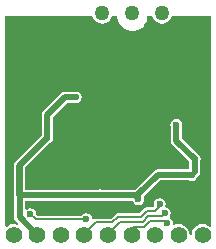
<source format=gbl>
G04 Layer_Physical_Order=2*
G04 Layer_Color=16711680*
%FSAX25Y25*%
%MOIN*%
G70*
G01*
G75*
%ADD19C,0.00800*%
%ADD21C,0.02000*%
%ADD25C,0.05000*%
%ADD26C,0.05500*%
%ADD27C,0.02362*%
G36*
X0588580Y0301284D02*
X0588080Y0301111D01*
X0587458Y0301588D01*
X0586595Y0301946D01*
X0585668Y0302068D01*
X0584741Y0301946D01*
X0583878Y0301588D01*
X0583136Y0301019D01*
X0582567Y0300277D01*
X0582209Y0299414D01*
X0582093Y0298533D01*
X0581369D01*
X0581253Y0299414D01*
X0580895Y0300277D01*
X0580326Y0301019D01*
X0579584Y0301588D01*
X0578721Y0301946D01*
X0577794Y0302068D01*
X0576867Y0301946D01*
X0576278Y0301701D01*
X0575840Y0302061D01*
X0575882Y0302273D01*
X0575728Y0303046D01*
X0575290Y0303701D01*
X0574903Y0303960D01*
X0574724Y0304592D01*
X0574882Y0304829D01*
X0575036Y0305602D01*
X0574882Y0306375D01*
X0574444Y0307030D01*
X0573789Y0307468D01*
X0573606Y0307505D01*
X0573315Y0308072D01*
X0573420Y0308600D01*
X0573266Y0309373D01*
X0572828Y0310028D01*
X0572173Y0310466D01*
X0571400Y0310620D01*
X0570627Y0310466D01*
X0569972Y0310028D01*
X0569534Y0309373D01*
X0569380Y0308600D01*
X0569477Y0308113D01*
X0569096Y0307650D01*
X0567116D01*
X0566648Y0307557D01*
X0566251Y0307292D01*
X0564766Y0305808D01*
X0557585D01*
X0557117Y0305715D01*
X0556720Y0305449D01*
X0555112Y0303842D01*
X0550143D01*
X0549674Y0303749D01*
X0549469Y0303611D01*
X0548974Y0303816D01*
X0548946Y0303847D01*
X0548842Y0304373D01*
X0548404Y0305028D01*
X0547748Y0305466D01*
X0546975Y0305620D01*
X0546202Y0305466D01*
X0545547Y0305028D01*
X0545410Y0304823D01*
X0530668D01*
X0530313Y0305231D01*
X0530330Y0305318D01*
X0530176Y0306091D01*
X0529738Y0306746D01*
X0529083Y0307184D01*
X0528310Y0307338D01*
X0527537Y0307184D01*
X0527005Y0306829D01*
X0526505Y0307014D01*
Y0309784D01*
X0550785D01*
X0550831Y0309753D01*
X0551604Y0309599D01*
X0552377Y0309753D01*
X0552523Y0309850D01*
X0562255D01*
X0562423Y0309682D01*
X0562434Y0309627D01*
X0562872Y0308972D01*
X0563527Y0308534D01*
X0564300Y0308380D01*
X0565073Y0308534D01*
X0565728Y0308972D01*
X0566166Y0309627D01*
X0566320Y0310400D01*
X0566166Y0311173D01*
X0566135Y0311219D01*
Y0311276D01*
X0571470Y0316611D01*
X0581241D01*
X0581312Y0316564D01*
X0582085Y0316410D01*
X0582858Y0316564D01*
X0583513Y0317001D01*
X0583951Y0317657D01*
X0583989Y0317847D01*
X0584316Y0318066D01*
X0584714Y0318661D01*
X0584854Y0319364D01*
Y0322994D01*
X0584885Y0323041D01*
X0585039Y0323814D01*
X0584885Y0324587D01*
X0584447Y0325242D01*
X0583792Y0325680D01*
X0583737Y0325691D01*
X0578769Y0330659D01*
Y0334265D01*
X0578800Y0334311D01*
X0578953Y0335084D01*
X0578800Y0335857D01*
X0578362Y0336513D01*
X0577706Y0336950D01*
X0576933Y0337104D01*
X0576160Y0336950D01*
X0575505Y0336513D01*
X0575067Y0335857D01*
X0574914Y0335084D01*
X0575067Y0334311D01*
X0575098Y0334265D01*
Y0329899D01*
X0575238Y0329197D01*
X0575636Y0328601D01*
X0581142Y0323095D01*
X0581152Y0323041D01*
X0581183Y0322994D01*
Y0320281D01*
X0570710D01*
X0570007Y0320141D01*
X0569412Y0319744D01*
X0563160Y0313492D01*
X0563015Y0313520D01*
X0552199D01*
X0551604Y0313639D01*
X0550831Y0313485D01*
X0550785Y0313454D01*
X0526505D01*
Y0320842D01*
X0534656Y0328993D01*
X0534710Y0329004D01*
X0535366Y0329442D01*
X0535804Y0330097D01*
X0535957Y0330870D01*
X0535804Y0331643D01*
X0535735Y0331745D01*
Y0337662D01*
X0540635Y0342562D01*
X0542372D01*
X0542602Y0342409D01*
X0543375Y0342255D01*
X0544148Y0342409D01*
X0544803Y0342846D01*
X0545241Y0343502D01*
X0545395Y0344275D01*
X0545241Y0345048D01*
X0544803Y0345703D01*
X0544148Y0346141D01*
X0543375Y0346295D01*
X0543063Y0346233D01*
X0539875D01*
X0539173Y0346093D01*
X0538578Y0345695D01*
X0532602Y0339720D01*
X0532204Y0339124D01*
X0532065Y0338422D01*
Y0331610D01*
X0532060Y0331589D01*
X0523372Y0322900D01*
X0523372Y0322900D01*
X0523309Y0322837D01*
X0522911Y0322242D01*
X0522772Y0321540D01*
Y0311619D01*
X0522834Y0311303D01*
Y0304371D01*
X0522974Y0303669D01*
X0523372Y0303074D01*
X0524207Y0302238D01*
X0523924Y0301815D01*
X0523607Y0301946D01*
X0522681Y0302068D01*
X0521754Y0301946D01*
X0520890Y0301588D01*
X0520386Y0301201D01*
X0519886Y0301447D01*
Y0371380D01*
X0548890D01*
X0549190Y0370657D01*
X0549751Y0369926D01*
X0550482Y0369365D01*
X0551333Y0369012D01*
X0552247Y0368892D01*
X0553161Y0369012D01*
X0554012Y0369365D01*
X0554743Y0369926D01*
X0555304Y0370657D01*
X0555604Y0371380D01*
X0557300D01*
Y0371035D01*
X0557496Y0370050D01*
X0557880Y0369122D01*
X0558439Y0368286D01*
X0559149Y0367576D01*
X0559984Y0367018D01*
X0560912Y0366633D01*
X0561898Y0366437D01*
X0562873D01*
X0563800Y0366622D01*
X0564674Y0366984D01*
X0565460Y0367509D01*
X0566128Y0368178D01*
X0566654Y0368964D01*
X0567016Y0369837D01*
X0567200Y0370765D01*
Y0371380D01*
X0568838D01*
X0569138Y0370657D01*
X0569699Y0369926D01*
X0570430Y0369365D01*
X0571281Y0369012D01*
X0572195Y0368892D01*
X0573109Y0369012D01*
X0573960Y0369365D01*
X0574691Y0369926D01*
X0575252Y0370657D01*
X0575552Y0371380D01*
X0588580D01*
Y0301284D01*
D02*
G37*
D19*
X0569000Y0350000D02*
Y0352507D01*
X0537176Y0323694D02*
Y0328361D01*
Y0323694D02*
X0543650Y0317221D01*
X0550675D01*
X0572160Y0304695D02*
X0573067Y0305602D01*
X0553856Y0298458D02*
X0558169Y0302771D01*
X0545982Y0298458D02*
X0550143Y0302619D01*
X0561729Y0298458D02*
Y0299866D01*
X0539622Y0330807D02*
Y0335788D01*
X0537973Y0337437D02*
X0539622Y0335788D01*
X0537973Y0337437D02*
X0543675D01*
X0537176Y0328361D02*
X0539622Y0330807D01*
X0582754Y0329778D02*
X0586032Y0326500D01*
X0582754Y0329778D02*
Y0337988D01*
X0580543Y0340198D02*
X0582754Y0337988D01*
X0576972Y0340198D02*
X0580543D01*
X0567459Y0330685D02*
X0576972Y0340198D01*
X0563817Y0330685D02*
X0567459D01*
X0550675Y0317221D02*
X0556819Y0323365D01*
X0547711Y0307205D02*
X0561476D01*
X0547642Y0350376D02*
X0548018Y0350000D01*
X0569000Y0352507D02*
X0578382Y0361889D01*
X0579894D01*
X0562793Y0300929D02*
X0566153D01*
X0561729Y0299866D02*
X0562793Y0300929D01*
X0568204Y0302980D02*
X0572937D01*
X0566153Y0300929D02*
X0568204Y0302980D01*
X0572937D02*
X0573644Y0302273D01*
X0573862D01*
X0555619Y0302619D02*
X0557585Y0304584D01*
X0565273D01*
X0567116Y0306427D01*
X0569892D01*
X0571400Y0307935D01*
Y0308600D01*
X0565723Y0302771D02*
X0567647Y0304695D01*
X0572160D01*
X0538427Y0298487D02*
Y0298923D01*
X0550143Y0302619D02*
X0555619D01*
X0530028Y0303600D02*
X0546975D01*
X0528310Y0305318D02*
X0530028Y0303600D01*
X0558169Y0302771D02*
X0565723D01*
X0543675Y0337437D02*
X0549312Y0343074D01*
Y0348705D01*
X0548018Y0350000D02*
X0549312Y0348705D01*
X0548018Y0350000D02*
X0569000D01*
D21*
X0570710Y0318446D02*
X0582101D01*
X0539875Y0344397D02*
X0543375D01*
X0533900Y0330833D02*
Y0338422D01*
X0583019Y0319364D02*
Y0323814D01*
X0576933Y0329899D02*
Y0335084D01*
Y0329899D02*
X0583019Y0323814D01*
X0582085Y0318430D02*
X0582101Y0318446D01*
X0551604Y0311619D02*
X0551671Y0311685D01*
X0533900Y0330833D02*
X0533937Y0330870D01*
X0524670Y0304371D02*
X0530554Y0298487D01*
X0524607Y0311619D02*
Y0321540D01*
X0524670Y0321602D01*
X0533900Y0330833D01*
X0524670Y0304371D02*
Y0311619D01*
Y0321602D01*
X0524607Y0311619D02*
X0524670D01*
X0551604D01*
X0543375Y0344275D02*
Y0344397D01*
X0533900Y0338422D02*
X0539875Y0344397D01*
X0551671Y0311685D02*
X0563015D01*
X0564300Y0312036D02*
X0570710Y0318446D01*
X0564300Y0310400D02*
Y0312036D01*
X0563015Y0311685D02*
X0564300Y0310400D01*
D25*
X0552247Y0372422D02*
D03*
X0562321D02*
D03*
X0572195D02*
D03*
D26*
X0585668Y0298487D02*
D03*
X0522681D02*
D03*
X0530554D02*
D03*
X0538427D02*
D03*
X0546301D02*
D03*
X0554174D02*
D03*
X0562047D02*
D03*
X0569921D02*
D03*
X0577794D02*
D03*
D27*
X0539622Y0330807D02*
D03*
X0576933Y0335084D02*
D03*
X0583019Y0323814D02*
D03*
X0582085Y0318430D02*
D03*
X0537973Y0337437D02*
D03*
X0537100Y0324100D02*
D03*
X0533937Y0330870D02*
D03*
X0560400Y0327100D02*
D03*
X0563817Y0330685D02*
D03*
X0564032Y0323472D02*
D03*
X0556819Y0323365D02*
D03*
X0556676Y0330756D02*
D03*
X0586032Y0326500D02*
D03*
X0546574Y0307069D02*
D03*
X0561476Y0307205D02*
D03*
X0542969Y0317678D02*
D03*
X0550500Y0317253D02*
D03*
X0551604Y0311619D02*
D03*
X0547642Y0350376D02*
D03*
X0579894Y0361889D02*
D03*
X0573862Y0302273D02*
D03*
X0571400Y0308600D02*
D03*
X0573016Y0305602D02*
D03*
X0546975Y0303600D02*
D03*
X0528310Y0305318D02*
D03*
X0543375Y0344275D02*
D03*
X0568269Y0357468D02*
D03*
X0563268Y0357470D02*
D03*
X0557989Y0357513D02*
D03*
X0568402Y0369182D02*
D03*
X0552174Y0364412D02*
D03*
X0552232Y0359992D02*
D03*
X0557060Y0352488D02*
D03*
X0550545Y0352372D02*
D03*
X0582885Y0357549D02*
D03*
X0583002Y0350627D02*
D03*
X0582769Y0345625D02*
D03*
X0586724Y0369822D02*
D03*
X0579454Y0369473D02*
D03*
X0587190Y0339110D02*
D03*
X0539690Y0369611D02*
D03*
X0522691Y0360521D02*
D03*
X0521691Y0351794D02*
D03*
X0521782Y0343249D02*
D03*
X0521510Y0335795D02*
D03*
X0522055Y0324250D02*
D03*
X0521419Y0306797D02*
D03*
X0527236Y0335704D02*
D03*
X0531509Y0344613D02*
D03*
X0529418Y0354885D02*
D03*
X0542235Y0361248D02*
D03*
X0538508Y0353339D02*
D03*
X0582960Y0314069D02*
D03*
X0586778Y0304343D02*
D03*
X0521345Y0315668D02*
D03*
X0528696Y0314876D02*
D03*
X0528948Y0320603D02*
D03*
X0534549Y0326456D02*
D03*
X0564300Y0310400D02*
D03*
X0582969Y0307866D02*
D03*
X0587125Y0311599D02*
D03*
X0569100Y0350900D02*
D03*
M02*

</source>
